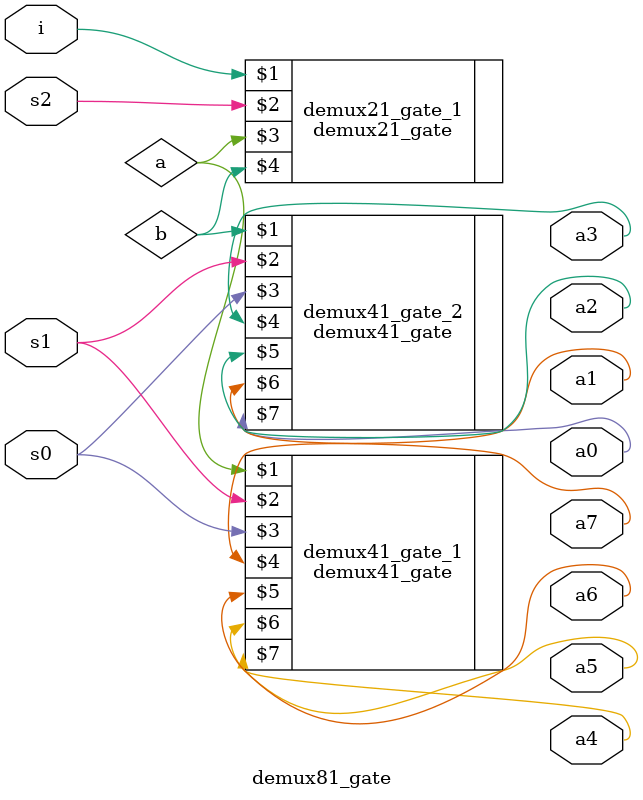
<source format=v>
module demux81_gate(i,s0,s1,s2,a7,a6,a5,a4,a3,a2,a1,a0);
input i,s0,s1,s2;
wire a,b;
output a7,a6,a5,a4,a3,a2,a1,a0;

demux21_gate demux21_gate_1(i,s2,a,b);

demux41_gate demux41_gate_1(a,s1,s0,a7,a6,a5,a4);
demux41_gate demux41_gate_2(b,s1,s0,a3,a2,a1,a0);

endmodule

</source>
